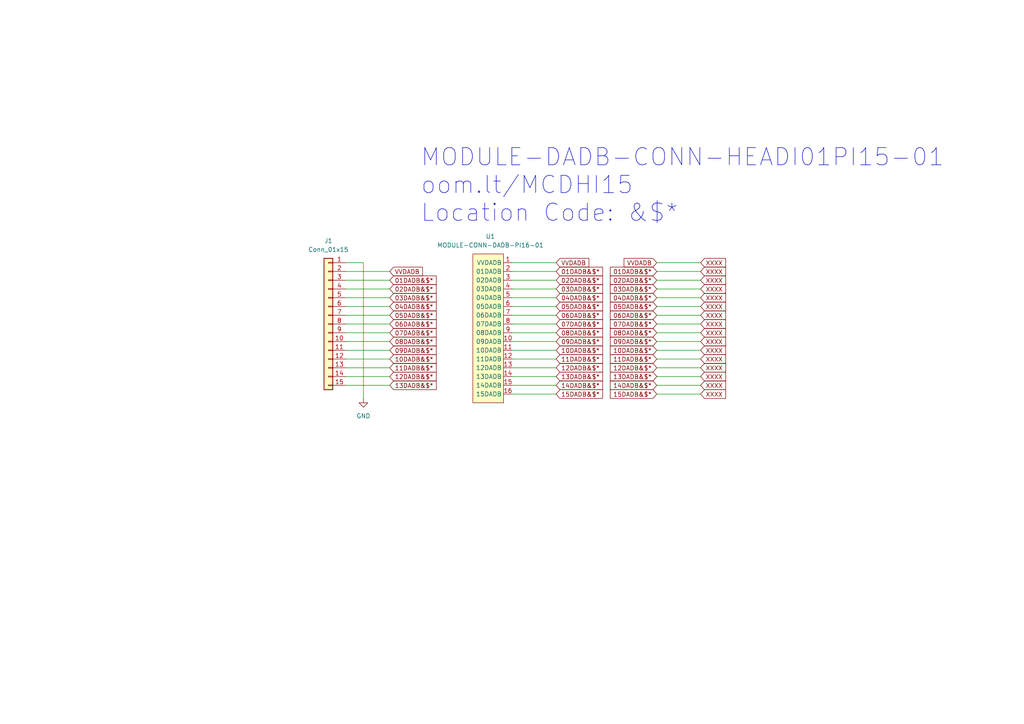
<source format=kicad_sch>
(kicad_sch (version 20211123) (generator eeschema)
  (paper "A4")
  (lib_symbols
    (symbol "Connector_Generic:Conn_01x15" (pin_names (offset 1.016) hide)
      (property "Reference" "J" (at 0 20.32 0))
      (property "Value" "Conn_01x15" (at 0 -20.32 0))
      (symbol "Conn_01x15_1_1"
        (rectangle (start -1.27 -17.653) (end 0 -17.907) (stroke (width 0.1524)))
        (rectangle (start -1.27 -15.113) (end 0 -15.367) (stroke (width 0.1524)))
        (rectangle (start -1.27 -12.573) (end 0 -12.827) (stroke (width 0.1524)))
        (rectangle (start -1.27 -10.033) (end 0 -10.287) (stroke (width 0.1524)))
        (rectangle (start -1.27 -7.493) (end 0 -7.747) (stroke (width 0.1524)))
        (rectangle (start -1.27 -4.953) (end 0 -5.207) (stroke (width 0.1524)))
        (rectangle (start -1.27 -2.413) (end 0 -2.667) (stroke (width 0.1524)))
        (rectangle (start -1.27 0.127) (end 0 -0.127) (stroke (width 0.1524)))
        (rectangle (start -1.27 2.667) (end 0 2.413) (stroke (width 0.1524)))
        (rectangle (start -1.27 5.207) (end 0 4.953) (stroke (width 0.1524)))
        (rectangle (start -1.27 7.747) (end 0 7.493) (stroke (width 0.1524)))
        (rectangle (start -1.27 10.287) (end 0 10.033) (stroke (width 0.1524)))
        (rectangle (start -1.27 12.827) (end 0 12.573) (stroke (width 0.1524)))
        (rectangle (start -1.27 15.367) (end 0 15.113) (stroke (width 0.1524)))
        (rectangle (start -1.27 17.907) (end 0 17.653) (stroke (width 0.1524)))
        (rectangle (start -1.27 19.05) (end 1.27 -19.05) (stroke (width 0.254)) (fill (type background)))
        (pin passive line (at -5.08 17.78 0) (length 3.81) (name "Pin_1") (number "1"))
        (pin passive line (at -5.08 -5.08 0) (length 3.81) (name "Pin_10") (number "10"))
        (pin passive line (at -5.08 -7.62 0) (length 3.81) (name "Pin_11") (number "11"))
        (pin passive line (at -5.08 -10.16 0) (length 3.81) (name "Pin_12") (number "12"))
        (pin passive line (at -5.08 -12.7 0) (length 3.81) (name "Pin_13") (number "13"))
        (pin passive line (at -5.08 -15.24 0) (length 3.81) (name "Pin_14") (number "14"))
        (pin passive line (at -5.08 -17.78 0) (length 3.81) (name "Pin_15") (number "15"))
        (pin passive line (at -5.08 15.24 0) (length 3.81) (name "Pin_2") (number "2"))
        (pin passive line (at -5.08 12.7 0) (length 3.81) (name "Pin_3") (number "3"))
        (pin passive line (at -5.08 10.16 0) (length 3.81) (name "Pin_4") (number "4"))
        (pin passive line (at -5.08 7.62 0) (length 3.81) (name "Pin_5") (number "5"))
        (pin passive line (at -5.08 5.08 0) (length 3.81) (name "Pin_6") (number "6"))
        (pin passive line (at -5.08 2.54 0) (length 3.81) (name "Pin_7") (number "7"))
        (pin passive line (at -5.08 0 0) (length 3.81) (name "Pin_8") (number "8"))
        (pin passive line (at -5.08 -2.54 0) (length 3.81) (name "Pin_9") (number "9"))
      )
    )
    (symbol "oomlout_OOMP_modules:MODULE-CONN-DADB-PI16-01"
      (property "Reference" "U" (at 0 7.62 0))
      (property "Value" "MODULE-CONN-DADB-PI16-01" (at 0 5.08 0))
      (symbol "MODULE-CONN-DADB-PI16-01_0_1"
        (rectangle (start -11.43 2.54) (end -2.54 -40.64) (fill (type background)))
        (rectangle (start -1.27 -8.89) (end -1.27 -8.89))
      )
      (symbol "MODULE-CONN-DADB-PI16-01_1_1"
        (pin input line (at 0 0 180) (length 2.54) (name "VVDADB") (number "1"))
        (pin input line (at 0 -22.86 180) (length 2.54) (name "09DADB") (number "10"))
        (pin input line (at 0 -25.4 180) (length 2.54) (name "10DADB") (number "11"))
        (pin input line (at 0 -27.94 180) (length 2.54) (name "11DADB") (number "12"))
        (pin input line (at 0 -30.48 180) (length 2.54) (name "12DADB") (number "13"))
        (pin input line (at 0 -33.02 180) (length 2.54) (name "13DADB") (number "14"))
        (pin input line (at 0 -35.56 180) (length 2.54) (name "14DADB") (number "15"))
        (pin input line (at 0 -38.1 180) (length 2.54) (name "15DADB") (number "16"))
        (pin input line (at 0 -2.54 180) (length 2.54) (name "01DADB") (number "2"))
        (pin input line (at 0 -5.08 180) (length 2.54) (name "02DADB") (number "3"))
        (pin input line (at 0 -7.62 180) (length 2.54) (name "03DADB") (number "4"))
        (pin input line (at 0 -10.16 180) (length 2.54) (name "04DADB") (number "5"))
        (pin input line (at 0 -12.7 180) (length 2.54) (name "05DADB") (number "6"))
        (pin input line (at 0 -15.24 180) (length 2.54) (name "06DADB") (number "7"))
        (pin input line (at 0 -17.78 180) (length 2.54) (name "07DADB") (number "8"))
        (pin input line (at 0 -20.32 180) (length 2.54) (name "08DADB") (number "9"))
      )
    )
    (symbol "power:GND" (power) (pin_names (offset 0))
      (property "Value" "GND" (at 0 -3.81 0))
      (symbol "GND_0_1"
        (polyline (pts (xy 0 0) (xy 0 -1.27) (xy 1.27 -1.27) (xy 0 -2.54) (xy -1.27 -1.27) (xy 0 -1.27)))
      )
      (symbol "GND_1_1"
        (pin power_in line (at 0 0 270) (length 0) hide (name "GND") (number "1"))
      )
    )
  )
  (wire (pts (xy 190.5 83.82) (xy 203.2 83.82)))
  (wire (pts (xy 100.33 104.14) (xy 113.03 104.14)))
  (wire (pts (xy 100.33 109.22) (xy 113.03 109.22)))
  (wire (pts (xy 148.59 88.9) (xy 161.29 88.9)))
  (wire (pts (xy 148.59 81.28) (xy 161.29 81.28)))
  (wire (pts (xy 190.5 111.76) (xy 203.2 111.76)))
  (wire (pts (xy 148.59 114.3) (xy 161.29 114.3)))
  (wire (pts (xy 148.59 83.82) (xy 161.29 83.82)))
  (wire (pts (xy 100.33 83.82) (xy 113.03 83.82)))
  (wire (pts (xy 190.5 96.52) (xy 203.2 96.52)))
  (wire (pts (xy 148.59 111.76) (xy 161.29 111.76)))
  (wire (pts (xy 100.33 106.68) (xy 113.03 106.68)))
  (wire (pts (xy 100.33 99.06) (xy 113.03 99.06)))
  (wire (pts (xy 190.5 99.06) (xy 203.2 99.06)))
  (wire (pts (xy 100.33 91.44) (xy 113.03 91.44)))
  (wire (pts (xy 148.59 106.68) (xy 161.29 106.68)))
  (wire (pts (xy 148.59 76.2) (xy 161.29 76.2)))
  (wire (pts (xy 100.33 78.74) (xy 113.03 78.74)))
  (wire (pts (xy 148.59 96.52) (xy 161.29 96.52)))
  (wire (pts (xy 148.59 91.44) (xy 161.29 91.44)))
  (wire (pts (xy 100.33 76.2) (xy 105.41 76.2)))
  (wire (pts (xy 100.33 111.76) (xy 113.03 111.76)))
  (wire (pts (xy 190.5 106.68) (xy 203.2 106.68)))
  (wire (pts (xy 148.59 93.98) (xy 161.29 93.98)))
  (wire (pts (xy 190.5 78.74) (xy 203.2 78.74)))
  (wire (pts (xy 148.59 104.14) (xy 161.29 104.14)))
  (wire (pts (xy 148.59 78.74) (xy 161.29 78.74)))
  (wire (pts (xy 105.41 76.2) (xy 105.41 115.57)))
  (wire (pts (xy 100.33 86.36) (xy 113.03 86.36)))
  (wire (pts (xy 190.5 76.2) (xy 203.2 76.2)))
  (wire (pts (xy 190.5 101.6) (xy 203.2 101.6)))
  (wire (pts (xy 190.5 91.44) (xy 203.2 91.44)))
  (wire (pts (xy 190.5 104.14) (xy 203.2 104.14)))
  (wire (pts (xy 148.59 109.22) (xy 161.29 109.22)))
  (wire (pts (xy 190.5 81.28) (xy 203.2 81.28)))
  (wire (pts (xy 100.33 81.28) (xy 113.03 81.28)))
  (wire (pts (xy 190.5 93.98) (xy 203.2 93.98)))
  (wire (pts (xy 100.33 101.6) (xy 113.03 101.6)))
  (wire (pts (xy 190.5 109.22) (xy 203.2 109.22)))
  (wire (pts (xy 190.5 114.3) (xy 203.2 114.3)))
  (wire (pts (xy 190.5 86.36) (xy 203.2 86.36)))
  (wire (pts (xy 148.59 86.36) (xy 161.29 86.36)))
  (wire (pts (xy 100.33 88.9) (xy 113.03 88.9)))
  (wire (pts (xy 148.59 99.06) (xy 161.29 99.06)))
  (wire (pts (xy 190.5 88.9) (xy 203.2 88.9)))
  (wire (pts (xy 148.59 101.6) (xy 161.29 101.6)))
  (wire (pts (xy 100.33 96.52) (xy 113.03 96.52)))
  (wire (pts (xy 100.33 93.98) (xy 113.03 93.98)))
  (text "MODULE-DADB-CONN-HEADI01PI15-01\noom.lt/MCDHI15\nLocation Code: &$*" (at 121.92 64.77 0) (effects (font (size 5 5)) (justify left bottom)))
  (global_label "XXXX" (shape input) (at 203.2 93.98 0) (property "Intersheet References" "${INTERSHEET_REFS}" (effects hide)))
  (global_label "XXXX" (shape input) (at 203.2 114.3 0) (property "Intersheet References" "${INTERSHEET_REFS}" (effects hide)))
  (global_label "15DADB&$*" (shape input) (at 190.5 114.3 180) (property "Intersheet References" "${INTERSHEET_REFS}" (effects hide)))
  (global_label "12DADB&$*" (shape input) (at 113.03 109.22 0) (property "Intersheet References" "${INTERSHEET_REFS}" (effects hide)))
  (global_label "07DADB&$*" (shape input) (at 113.03 96.52 0) (property "Intersheet References" "${INTERSHEET_REFS}" (effects hide)))
  (global_label "14DADB&$*" (shape input) (at 190.5 111.76 180) (property "Intersheet References" "${INTERSHEET_REFS}" (effects hide)))
  (global_label "10DADB&$*" (shape input) (at 161.29 101.6 0) (property "Intersheet References" "${INTERSHEET_REFS}" (effects hide)))
  (global_label "08DADB&$*" (shape input) (at 113.03 99.06 0) (property "Intersheet References" "${INTERSHEET_REFS}" (effects hide)))
  (global_label "XXXX" (shape input) (at 203.2 88.9 0) (property "Intersheet References" "${INTERSHEET_REFS}" (effects hide)))
  (global_label "08DADB&$*" (shape input) (at 190.5 96.52 180) (property "Intersheet References" "${INTERSHEET_REFS}" (effects hide)))
  (global_label "05DADB&$*" (shape input) (at 161.29 88.9 0) (property "Intersheet References" "${INTERSHEET_REFS}" (effects hide)))
  (global_label "VVDADB" (shape input) (at 161.29 76.2 0) (property "Intersheet References" "${INTERSHEET_REFS}" (effects hide)))
  (global_label "11DADB&$*" (shape input) (at 161.29 104.14 0) (property "Intersheet References" "${INTERSHEET_REFS}" (effects hide)))
  (global_label "02DADB&$*" (shape input) (at 190.5 81.28 180) (property "Intersheet References" "${INTERSHEET_REFS}" (effects hide)))
  (global_label "XXXX" (shape input) (at 203.2 83.82 0) (property "Intersheet References" "${INTERSHEET_REFS}" (effects hide)))
  (global_label "06DADB&$*" (shape input) (at 190.5 91.44 180) (property "Intersheet References" "${INTERSHEET_REFS}" (effects hide)))
  (global_label "07DADB&$*" (shape input) (at 161.29 93.98 0) (property "Intersheet References" "${INTERSHEET_REFS}" (effects hide)))
  (global_label "01DADB&$*" (shape input) (at 190.5 78.74 180) (property "Intersheet References" "${INTERSHEET_REFS}" (effects hide)))
  (global_label "08DADB&$*" (shape input) (at 161.29 96.52 0) (property "Intersheet References" "${INTERSHEET_REFS}" (effects hide)))
  (global_label "09DADB&$*" (shape input) (at 161.29 99.06 0) (property "Intersheet References" "${INTERSHEET_REFS}" (effects hide)))
  (global_label "05DADB&$*" (shape input) (at 113.03 91.44 0) (property "Intersheet References" "${INTERSHEET_REFS}" (effects hide)))
  (global_label "XXXX" (shape input) (at 203.2 96.52 0) (property "Intersheet References" "${INTERSHEET_REFS}" (effects hide)))
  (global_label "04DADB&$*" (shape input) (at 161.29 86.36 0) (property "Intersheet References" "${INTERSHEET_REFS}" (effects hide)))
  (global_label "09DADB&$*" (shape input) (at 190.5 99.06 180) (property "Intersheet References" "${INTERSHEET_REFS}" (effects hide)))
  (global_label "10DADB&$*" (shape input) (at 113.03 104.14 0) (property "Intersheet References" "${INTERSHEET_REFS}" (effects hide)))
  (global_label "11DADB&$*" (shape input) (at 190.5 104.14 180) (property "Intersheet References" "${INTERSHEET_REFS}" (effects hide)))
  (global_label "13DADB&$*" (shape input) (at 190.5 109.22 180) (property "Intersheet References" "${INTERSHEET_REFS}" (effects hide)))
  (global_label "05DADB&$*" (shape input) (at 190.5 88.9 180) (property "Intersheet References" "${INTERSHEET_REFS}" (effects hide)))
  (global_label "07DADB&$*" (shape input) (at 190.5 93.98 180) (property "Intersheet References" "${INTERSHEET_REFS}" (effects hide)))
  (global_label "03DADB&$*" (shape input) (at 190.5 83.82 180) (property "Intersheet References" "${INTERSHEET_REFS}" (effects hide)))
  (global_label "VVDADB" (shape input) (at 190.5 76.2 180) (property "Intersheet References" "${INTERSHEET_REFS}" (effects hide)))
  (global_label "13DADB&$*" (shape input) (at 161.29 109.22 0) (property "Intersheet References" "${INTERSHEET_REFS}" (effects hide)))
  (global_label "03DADB&$*" (shape input) (at 113.03 86.36 0) (property "Intersheet References" "${INTERSHEET_REFS}" (effects hide)))
  (global_label "XXXX" (shape input) (at 203.2 111.76 0) (property "Intersheet References" "${INTERSHEET_REFS}" (effects hide)))
  (global_label "XXXX" (shape input) (at 203.2 101.6 0) (property "Intersheet References" "${INTERSHEET_REFS}" (effects hide)))
  (global_label "XXXX" (shape input) (at 203.2 76.2 0) (property "Intersheet References" "${INTERSHEET_REFS}" (effects hide)))
  (global_label "XXXX" (shape input) (at 203.2 104.14 0) (property "Intersheet References" "${INTERSHEET_REFS}" (effects hide)))
  (global_label "XXXX" (shape input) (at 203.2 86.36 0) (property "Intersheet References" "${INTERSHEET_REFS}" (effects hide)))
  (global_label "06DADB&$*" (shape input) (at 113.03 93.98 0) (property "Intersheet References" "${INTERSHEET_REFS}" (effects hide)))
  (global_label "02DADB&$*" (shape input) (at 113.03 83.82 0) (property "Intersheet References" "${INTERSHEET_REFS}" (effects hide)))
  (global_label "09DADB&$*" (shape input) (at 113.03 101.6 0) (property "Intersheet References" "${INTERSHEET_REFS}" (effects hide)))
  (global_label "VVDADB" (shape input) (at 113.03 78.74 0) (property "Intersheet References" "${INTERSHEET_REFS}" (effects hide)))
  (global_label "10DADB&$*" (shape input) (at 190.5 101.6 180) (property "Intersheet References" "${INTERSHEET_REFS}" (effects hide)))
  (global_label "06DADB&$*" (shape input) (at 161.29 91.44 0) (property "Intersheet References" "${INTERSHEET_REFS}" (effects hide)))
  (global_label "XXXX" (shape input) (at 203.2 106.68 0) (property "Intersheet References" "${INTERSHEET_REFS}" (effects hide)))
  (global_label "11DADB&$*" (shape input) (at 113.03 106.68 0) (property "Intersheet References" "${INTERSHEET_REFS}" (effects hide)))
  (global_label "XXXX" (shape input) (at 203.2 109.22 0) (property "Intersheet References" "${INTERSHEET_REFS}" (effects hide)))
  (global_label "02DADB&$*" (shape input) (at 161.29 81.28 0) (property "Intersheet References" "${INTERSHEET_REFS}" (effects hide)))
  (global_label "XXXX" (shape input) (at 203.2 78.74 0) (property "Intersheet References" "${INTERSHEET_REFS}" (effects hide)))
  (global_label "04DADB&$*" (shape input) (at 113.03 88.9 0) (property "Intersheet References" "${INTERSHEET_REFS}" (effects hide)))
  (global_label "12DADB&$*" (shape input) (at 161.29 106.68 0) (property "Intersheet References" "${INTERSHEET_REFS}" (effects hide)))
  (global_label "01DADB&$*" (shape input) (at 113.03 81.28 0) (property "Intersheet References" "${INTERSHEET_REFS}" (effects hide)))
  (global_label "15DADB&$*" (shape input) (at 161.29 114.3 0) (property "Intersheet References" "${INTERSHEET_REFS}" (effects hide)))
  (global_label "XXXX" (shape input) (at 203.2 99.06 0) (property "Intersheet References" "${INTERSHEET_REFS}" (effects hide)))
  (global_label "13DADB&$*" (shape input) (at 113.03 111.76 0) (property "Intersheet References" "${INTERSHEET_REFS}" (effects hide)))
  (global_label "03DADB&$*" (shape input) (at 161.29 83.82 0) (property "Intersheet References" "${INTERSHEET_REFS}" (effects hide)))
  (global_label "XXXX" (shape input) (at 203.2 91.44 0) (property "Intersheet References" "${INTERSHEET_REFS}" (effects hide)))
  (global_label "14DADB&$*" (shape input) (at 161.29 111.76 0) (property "Intersheet References" "${INTERSHEET_REFS}" (effects hide)))
  (global_label "01DADB&$*" (shape input) (at 161.29 78.74 0) (property "Intersheet References" "${INTERSHEET_REFS}" (effects hide)))
  (global_label "XXXX" (shape input) (at 203.2 81.28 0) (property "Intersheet References" "${INTERSHEET_REFS}" (effects hide)))
  (global_label "12DADB&$*" (shape input) (at 190.5 106.68 180) (property "Intersheet References" "${INTERSHEET_REFS}" (effects hide)))
  (global_label "04DADB&$*" (shape input) (at 190.5 86.36 180) (property "Intersheet References" "${INTERSHEET_REFS}" (effects hide)))
  (symbol (lib_id "Connector_Generic:Conn_01x15") (at 95.25 93.98 0) (mirror y) (unit 1)
    (property "Reference" "J1" (at 95.25 69.85 0))
    (property "Value" "Conn_01x15" (at 95.25 72.39 0))
    (property "Footprint" "Connector_PinHeader_2.54mm:PinHeader_1x15_P2.54mm_Vertical" (effects hide))
    (property "Datasheet" "oom.lt/H15" (effects hide))
  )
  (symbol (lib_id "power:GND") (at 105.41 115.57 0) (unit 1)
    (property "Reference" "#PWR0101" (effects hide))
    (property "Value" "GND" (at 105.41 120.65 0))
  )
  (symbol (lib_id "oomlout_OOMP_modules:MODULE-CONN-DADB-PI16-01") (at 148.59 76.2 0) (unit 1)
    (property "Reference" "U1" (at 142.24 68.58 0))
    (property "Value" "MODULE-CONN-DADB-PI16-01" (at 142.24 71.12 0))
    (property "Footprint" "oomlout_OOMP_modules:MODULE-CONN-DADB-PI16-01" (effects hide))
  )
)
</source>
